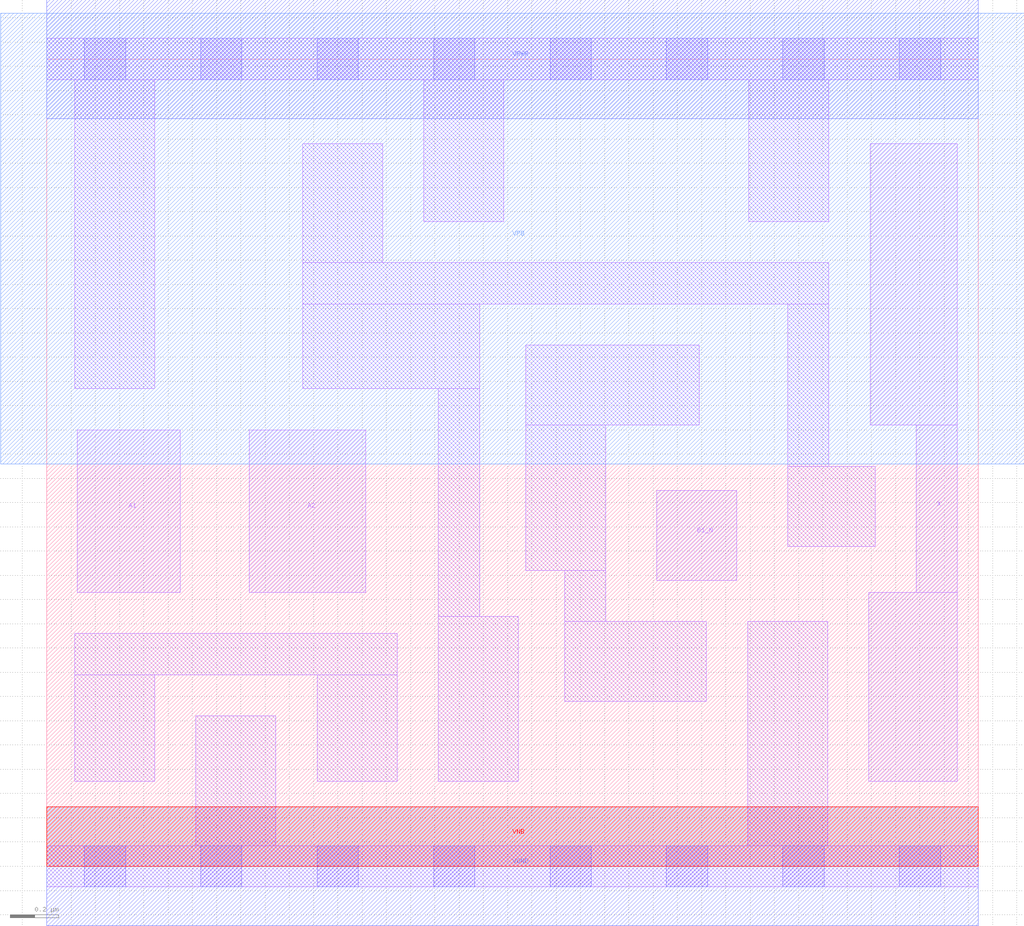
<source format=lef>
# Copyright 2020 The SkyWater PDK Authors
#
# Licensed under the Apache License, Version 2.0 (the "License");
# you may not use this file except in compliance with the License.
# You may obtain a copy of the License at
#
#     https://www.apache.org/licenses/LICENSE-2.0
#
# Unless required by applicable law or agreed to in writing, software
# distributed under the License is distributed on an "AS IS" BASIS,
# WITHOUT WARRANTIES OR CONDITIONS OF ANY KIND, either express or implied.
# See the License for the specific language governing permissions and
# limitations under the License.
#
# SPDX-License-Identifier: Apache-2.0

VERSION 5.7 ;
  NOWIREEXTENSIONATPIN ON ;
  DIVIDERCHAR "/" ;
  BUSBITCHARS "[]" ;
MACRO sky130_fd_sc_hs__o21ba_1
  CLASS CORE ;
  FOREIGN sky130_fd_sc_hs__o21ba_1 ;
  ORIGIN  0.000000  0.000000 ;
  SIZE  3.840000 BY  3.330000 ;
  SYMMETRY X Y ;
  SITE unit ;
  PIN A1
    ANTENNAGATEAREA  0.246000 ;
    DIRECTION INPUT ;
    USE SIGNAL ;
    PORT
      LAYER li1 ;
        RECT 0.125000 1.130000 0.550000 1.800000 ;
    END
  END A1
  PIN A2
    ANTENNAGATEAREA  0.246000 ;
    DIRECTION INPUT ;
    USE SIGNAL ;
    PORT
      LAYER li1 ;
        RECT 0.835000 1.130000 1.315000 1.800000 ;
    END
  END A2
  PIN B1_N
    ANTENNAGATEAREA  0.208500 ;
    DIRECTION INPUT ;
    USE SIGNAL ;
    PORT
      LAYER li1 ;
        RECT 2.515000 1.180000 2.845000 1.550000 ;
    END
  END B1_N
  PIN X
    ANTENNADIFFAREA  0.541300 ;
    DIRECTION OUTPUT ;
    USE SIGNAL ;
    PORT
      LAYER li1 ;
        RECT 3.390000 0.350000 3.755000 1.130000 ;
        RECT 3.395000 1.820000 3.755000 2.980000 ;
        RECT 3.585000 1.130000 3.755000 1.820000 ;
    END
  END X
  PIN VGND
    DIRECTION INOUT ;
    USE GROUND ;
    PORT
      LAYER met1 ;
        RECT 0.000000 -0.245000 3.840000 0.245000 ;
    END
  END VGND
  PIN VNB
    DIRECTION INOUT ;
    USE GROUND ;
    PORT
      LAYER pwell ;
        RECT 0.000000 0.000000 3.840000 0.245000 ;
    END
  END VNB
  PIN VPB
    DIRECTION INOUT ;
    USE POWER ;
    PORT
      LAYER nwell ;
        RECT -0.190000 1.660000 4.030000 3.520000 ;
    END
  END VPB
  PIN VPWR
    DIRECTION INOUT ;
    USE POWER ;
    PORT
      LAYER met1 ;
        RECT 0.000000 3.085000 3.840000 3.575000 ;
    END
  END VPWR
  OBS
    LAYER li1 ;
      RECT 0.000000 -0.085000 3.840000 0.085000 ;
      RECT 0.000000  3.245000 3.840000 3.415000 ;
      RECT 0.115000  0.350000 0.445000 0.790000 ;
      RECT 0.115000  0.790000 1.445000 0.960000 ;
      RECT 0.115000  1.970000 0.445000 3.245000 ;
      RECT 0.615000  0.085000 0.945000 0.620000 ;
      RECT 1.055000  1.970000 1.785000 2.320000 ;
      RECT 1.055000  2.320000 3.225000 2.490000 ;
      RECT 1.055000  2.490000 1.385000 2.980000 ;
      RECT 1.115000  0.350000 1.445000 0.790000 ;
      RECT 1.555000  2.660000 1.885000 3.245000 ;
      RECT 1.615000  0.350000 1.945000 1.030000 ;
      RECT 1.615000  1.030000 1.785000 1.970000 ;
      RECT 1.975000  1.220000 2.305000 1.820000 ;
      RECT 1.975000  1.820000 2.690000 2.150000 ;
      RECT 2.135000  0.680000 2.720000 1.010000 ;
      RECT 2.135000  1.010000 2.305000 1.220000 ;
      RECT 2.890000  0.085000 3.220000 1.010000 ;
      RECT 2.895000  2.660000 3.225000 3.245000 ;
      RECT 3.055000  1.320000 3.415000 1.650000 ;
      RECT 3.055000  1.650000 3.225000 2.320000 ;
    LAYER mcon ;
      RECT 0.155000 -0.085000 0.325000 0.085000 ;
      RECT 0.155000  3.245000 0.325000 3.415000 ;
      RECT 0.635000 -0.085000 0.805000 0.085000 ;
      RECT 0.635000  3.245000 0.805000 3.415000 ;
      RECT 1.115000 -0.085000 1.285000 0.085000 ;
      RECT 1.115000  3.245000 1.285000 3.415000 ;
      RECT 1.595000 -0.085000 1.765000 0.085000 ;
      RECT 1.595000  3.245000 1.765000 3.415000 ;
      RECT 2.075000 -0.085000 2.245000 0.085000 ;
      RECT 2.075000  3.245000 2.245000 3.415000 ;
      RECT 2.555000 -0.085000 2.725000 0.085000 ;
      RECT 2.555000  3.245000 2.725000 3.415000 ;
      RECT 3.035000 -0.085000 3.205000 0.085000 ;
      RECT 3.035000  3.245000 3.205000 3.415000 ;
      RECT 3.515000 -0.085000 3.685000 0.085000 ;
      RECT 3.515000  3.245000 3.685000 3.415000 ;
  END
END sky130_fd_sc_hs__o21ba_1
END LIBRARY

</source>
